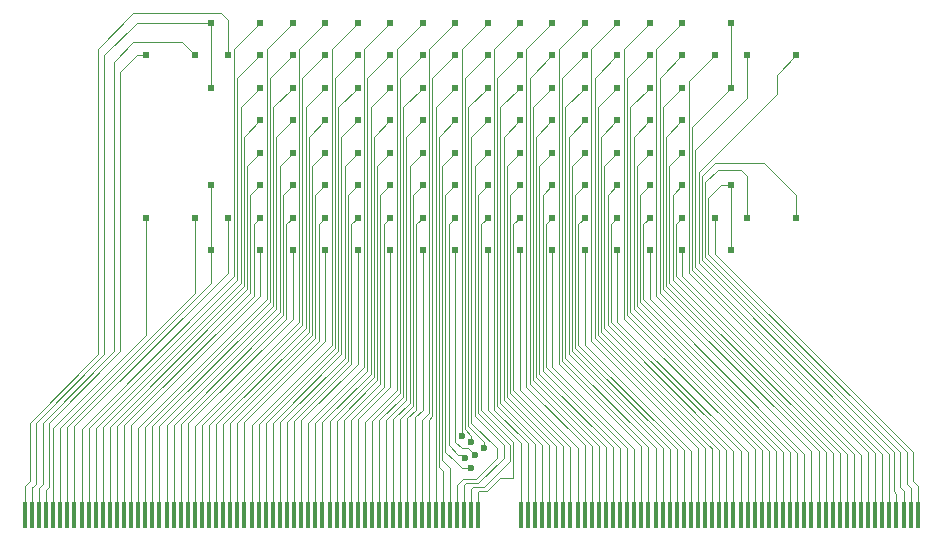
<source format=gbr>
G04 #@! TF.GenerationSoftware,KiCad,Pcbnew,5.1.5+dfsg1-2build2*
G04 #@! TF.CreationDate,2021-10-18T18:16:56+02:00*
G04 #@! TF.ProjectId,DIMMCartridgeV4,44494d4d-4361-4727-9472-696467655634,rev?*
G04 #@! TF.SameCoordinates,Original*
G04 #@! TF.FileFunction,Copper,L2,Bot*
G04 #@! TF.FilePolarity,Positive*
%FSLAX46Y46*%
G04 Gerber Fmt 4.6, Leading zero omitted, Abs format (unit mm)*
G04 Created by KiCad (PCBNEW 5.1.5+dfsg1-2build2) date 2021-10-18 18:16:56*
%MOMM*%
%LPD*%
G04 APERTURE LIST*
%ADD10R,0.400000X2.300000*%
%ADD11C,0.604800*%
%ADD12C,0.600000*%
%ADD13C,0.110000*%
%ADD14C,0.200000*%
G04 APERTURE END LIST*
D10*
X62200000Y-131490000D03*
X62800000Y-131490000D03*
X63400000Y-131490000D03*
X64000000Y-131490000D03*
X64600000Y-131490000D03*
X65200000Y-131490000D03*
X65800000Y-131490000D03*
X66400000Y-131490000D03*
X67000000Y-131490000D03*
X67600000Y-131490000D03*
X68200000Y-131490000D03*
X68800000Y-131490000D03*
X69400000Y-131490000D03*
X70000000Y-131490000D03*
X70600000Y-131490000D03*
X71200000Y-131490000D03*
X71800000Y-131490000D03*
X72400000Y-131490000D03*
X73000000Y-131490000D03*
X73600000Y-131490000D03*
X74200000Y-131490000D03*
X74800000Y-131490000D03*
X75400000Y-131490000D03*
X76000000Y-131490000D03*
X76600000Y-131490000D03*
X77200000Y-131490000D03*
X77800000Y-131490000D03*
X78400000Y-131490000D03*
X79000000Y-131490000D03*
X79600000Y-131490000D03*
X80200000Y-131490000D03*
X80800000Y-131490000D03*
X81400000Y-131490000D03*
X82000000Y-131490000D03*
X82600000Y-131490000D03*
X83200000Y-131490000D03*
X83800000Y-131490000D03*
X84400000Y-131490000D03*
X85000000Y-131490000D03*
X85600000Y-131490000D03*
X86200000Y-131490000D03*
X86800000Y-131490000D03*
X87400000Y-131490000D03*
X88000000Y-131490000D03*
X88600000Y-131490000D03*
X89200000Y-131490000D03*
X89800000Y-131490000D03*
X90400000Y-131490000D03*
X91000000Y-131490000D03*
X91600000Y-131490000D03*
X92200000Y-131490000D03*
X92800000Y-131490000D03*
X93400000Y-131490000D03*
X94000000Y-131490000D03*
X94600000Y-131490000D03*
X95200000Y-131490000D03*
X95800000Y-131490000D03*
X96400000Y-131490000D03*
X97000000Y-131490000D03*
X97600000Y-131490000D03*
X98200000Y-131490000D03*
X98800000Y-131490000D03*
X99400000Y-131490000D03*
X100000000Y-131490000D03*
X100600000Y-131490000D03*
X104200000Y-131490000D03*
X104800000Y-131490000D03*
X105400000Y-131490000D03*
X106000000Y-131490000D03*
X106600000Y-131490000D03*
X107200000Y-131490000D03*
X107800000Y-131490000D03*
X108400000Y-131490000D03*
X109000000Y-131490000D03*
X109600000Y-131490000D03*
X110200000Y-131490000D03*
X110800000Y-131490000D03*
X111400000Y-131490000D03*
X112000000Y-131490000D03*
X112600000Y-131490000D03*
X113200000Y-131490000D03*
X113800000Y-131490000D03*
X114400000Y-131490000D03*
X115000000Y-131490000D03*
X115600000Y-131490000D03*
X116200000Y-131490000D03*
X116800000Y-131490000D03*
X117400000Y-131490000D03*
X118000000Y-131490000D03*
X118600000Y-131490000D03*
X119200000Y-131490000D03*
X119800000Y-131490000D03*
X120400000Y-131490000D03*
X121000000Y-131490000D03*
X121600000Y-131490000D03*
X122200000Y-131490000D03*
X122800000Y-131490000D03*
X123400000Y-131490000D03*
X124000000Y-131490000D03*
X124600000Y-131490000D03*
X125200000Y-131490000D03*
X125800000Y-131490000D03*
X126400000Y-131490000D03*
X127000000Y-131490000D03*
X127600000Y-131490000D03*
X128200000Y-131490000D03*
X128800000Y-131490000D03*
X129400000Y-131490000D03*
X130000000Y-131490000D03*
X130600000Y-131490000D03*
X131200000Y-131490000D03*
X131800000Y-131490000D03*
X132400000Y-131490000D03*
X133000000Y-131490000D03*
X133600000Y-131490000D03*
X134200000Y-131490000D03*
X134800000Y-131490000D03*
X135400000Y-131490000D03*
X136000000Y-131490000D03*
X136600000Y-131490000D03*
X137200000Y-131490000D03*
X137800000Y-131490000D03*
D11*
X82125000Y-92625000D03*
X104125000Y-89875000D03*
X82125000Y-106375000D03*
X84875000Y-92625000D03*
X84875000Y-95375000D03*
X84875000Y-98125000D03*
X84875000Y-100875000D03*
X84875000Y-103625000D03*
X84875000Y-106375000D03*
X87625000Y-92625000D03*
X87625000Y-95375000D03*
X87625000Y-98125000D03*
X87625000Y-100875000D03*
X87625000Y-103625000D03*
X87625000Y-106375000D03*
X90375000Y-92625000D03*
X90375000Y-95375000D03*
X90375000Y-98125000D03*
X90375000Y-100875000D03*
X90375000Y-103625000D03*
X90375000Y-106375000D03*
X93125000Y-92625000D03*
X93125000Y-95375000D03*
X93125000Y-98125000D03*
X93125000Y-100875000D03*
X93125000Y-103625000D03*
X93125000Y-106375000D03*
X95875000Y-92625000D03*
X95875000Y-95375000D03*
X95875000Y-98125000D03*
X95875000Y-100875000D03*
X95875000Y-103625000D03*
X95875000Y-106375000D03*
X98625000Y-92625000D03*
X98625000Y-95375000D03*
X98625000Y-98125000D03*
X98625000Y-100875000D03*
X98625000Y-103625000D03*
X98625000Y-106375000D03*
X101375000Y-92625000D03*
X101375000Y-95375000D03*
X101375000Y-98125000D03*
X101375000Y-100875000D03*
X101375000Y-103625000D03*
X101375000Y-106375000D03*
X104125000Y-92625000D03*
X104125000Y-95375000D03*
X104125000Y-98125000D03*
X104125000Y-100875000D03*
X104125000Y-103625000D03*
X104125000Y-106375000D03*
X106875000Y-92625000D03*
X106875000Y-95375000D03*
X106875000Y-98125000D03*
X106875000Y-100875000D03*
X106875000Y-103625000D03*
X106875000Y-106375000D03*
X109625000Y-92625000D03*
X109625000Y-95375000D03*
X109625000Y-98125000D03*
X109625000Y-100875000D03*
X109625000Y-103625000D03*
X109625000Y-106375000D03*
X112375000Y-92625000D03*
X112375000Y-95375000D03*
X112375000Y-98125000D03*
X112375000Y-100875000D03*
X112375000Y-103625000D03*
X112375000Y-106375000D03*
X115125000Y-92625000D03*
X115125000Y-95375000D03*
X115125000Y-98125000D03*
X115125000Y-100875000D03*
X115125000Y-103625000D03*
X115125000Y-106375000D03*
X117875000Y-92625000D03*
X117875000Y-106375000D03*
X84875000Y-89875000D03*
X84875000Y-109125000D03*
X87625000Y-89875000D03*
X87625000Y-109125000D03*
X90375000Y-89875000D03*
X90375000Y-109125000D03*
X93125000Y-89875000D03*
X93125000Y-109125000D03*
X95875000Y-89875000D03*
X95875000Y-109125000D03*
X98625000Y-89875000D03*
X98625000Y-109125000D03*
X101375000Y-89875000D03*
X101375000Y-109125000D03*
X104125000Y-109125000D03*
X106875000Y-89875000D03*
X106875000Y-109125000D03*
X109625000Y-89875000D03*
X109625000Y-109125000D03*
X112375000Y-89875000D03*
X112375000Y-109125000D03*
X115125000Y-89875000D03*
X115125000Y-109125000D03*
X82125000Y-95375000D03*
X82125000Y-98125000D03*
X82125000Y-100875000D03*
X82125000Y-103625000D03*
X117875000Y-95375000D03*
X117875000Y-98125000D03*
X117875000Y-100875000D03*
X117875000Y-103625000D03*
X82125000Y-89875000D03*
X82125000Y-109125000D03*
X117875000Y-89875000D03*
X76625000Y-92625000D03*
X117875000Y-109125000D03*
X79375000Y-92625000D03*
X78000000Y-89875000D03*
X78000000Y-95375000D03*
X72500000Y-92625000D03*
X78000000Y-109125000D03*
X122000000Y-103625000D03*
X72500000Y-106375000D03*
X76625000Y-106375000D03*
X78000000Y-103625000D03*
X79375000Y-106375000D03*
X120625000Y-92625000D03*
X122000000Y-89875000D03*
X123375000Y-92625000D03*
X127500000Y-92625000D03*
X127500000Y-106375000D03*
X123375000Y-106375000D03*
X122000000Y-109125000D03*
X120625000Y-106375000D03*
X122000000Y-95375000D03*
D12*
X100000000Y-127550000D03*
X99450000Y-126725000D03*
X100275000Y-126450000D03*
X99175000Y-124800000D03*
X100000000Y-125350000D03*
X101100000Y-125900000D03*
D13*
X78790001Y-89050000D02*
X79375000Y-89634999D01*
X71400000Y-89050000D02*
X78790001Y-89050000D01*
X68375000Y-92075000D02*
X71400000Y-89050000D01*
X62200000Y-129050000D02*
X62600000Y-128650000D01*
X79375000Y-89634999D02*
X79375000Y-92625000D01*
X62200000Y-131640000D02*
X62200000Y-129050000D01*
X68375000Y-117925000D02*
X68375000Y-92075000D01*
X62600000Y-128650000D02*
X62600000Y-123700000D01*
X62600000Y-123700000D02*
X68375000Y-117925000D01*
X78000000Y-89875000D02*
X78000000Y-95375000D01*
X71675000Y-89875000D02*
X78000000Y-89875000D01*
X68925000Y-92625000D02*
X71675000Y-89875000D01*
X62800000Y-129200000D02*
X62875000Y-129200000D01*
X63150000Y-128925000D02*
X63150000Y-123700000D01*
X62800000Y-131640000D02*
X62800000Y-129200000D01*
X62875000Y-129200000D02*
X63150000Y-128925000D01*
X63150000Y-123700000D02*
X68925000Y-117925000D01*
X68925000Y-117925000D02*
X68925000Y-92625000D01*
X75525000Y-91525000D02*
X76625000Y-92625000D01*
X71400000Y-91525000D02*
X75525000Y-91525000D01*
X63700000Y-128925000D02*
X63700000Y-123700000D01*
X63400000Y-129225000D02*
X63700000Y-128925000D01*
X63400000Y-131640000D02*
X63400000Y-129225000D01*
X69750000Y-117650000D02*
X69750000Y-93175000D01*
X63700000Y-123700000D02*
X69750000Y-117650000D01*
X69750000Y-93175000D02*
X71400000Y-91525000D01*
X71675000Y-92625000D02*
X72500000Y-92625000D01*
X64000000Y-129450000D02*
X64250000Y-129200000D01*
X64000000Y-131640000D02*
X64000000Y-129450000D01*
X70300000Y-94000000D02*
X71675000Y-92625000D01*
X64250000Y-129200000D02*
X64250000Y-123700000D01*
X64250000Y-123700000D02*
X70300000Y-117650000D01*
X70300000Y-117650000D02*
X70300000Y-94000000D01*
X64600000Y-131640000D02*
X64600000Y-124175000D01*
X72500000Y-116275000D02*
X72500000Y-106375000D01*
X64600000Y-124175000D02*
X72500000Y-116275000D01*
X65200000Y-131640000D02*
X65200000Y-124125000D01*
X76625000Y-112700000D02*
X76625000Y-106375000D01*
X65200000Y-124125000D02*
X76625000Y-112700000D01*
X65800000Y-131640000D02*
X65800000Y-124075000D01*
X78000000Y-111875000D02*
X78000000Y-109125000D01*
X65800000Y-124075000D02*
X78000000Y-111875000D01*
X78000000Y-109125000D02*
X78000000Y-103625000D01*
X66400000Y-131640000D02*
X66400000Y-124025000D01*
X79375000Y-111050000D02*
X79375000Y-106375000D01*
X66400000Y-124025000D02*
X79375000Y-111050000D01*
D14*
X82125000Y-89875000D02*
X82125000Y-90062000D01*
D13*
X79925000Y-92075000D02*
X82125000Y-89875000D01*
X79925000Y-111325000D02*
X79925000Y-92075000D01*
X67000000Y-131640000D02*
X67000000Y-124250000D01*
X67000000Y-124250000D02*
X79925000Y-111325000D01*
X80200000Y-94550000D02*
X82125000Y-92625000D01*
X80200000Y-111600000D02*
X80200000Y-94550000D01*
X67600000Y-124200000D02*
X80200000Y-111600000D01*
X67600000Y-131640000D02*
X67600000Y-124200000D01*
X80475000Y-111875000D02*
X80475000Y-97025000D01*
X80475000Y-97025000D02*
X82125000Y-95375000D01*
X68200000Y-124150000D02*
X80475000Y-111875000D01*
X68200000Y-131640000D02*
X68200000Y-124150000D01*
X80750000Y-99500000D02*
X82125000Y-98125000D01*
X68800000Y-126725000D02*
X68800000Y-124100000D01*
X68800000Y-126725000D02*
X68800000Y-126025000D01*
X68800000Y-131640000D02*
X68800000Y-126725000D01*
X68800000Y-124100000D02*
X80750000Y-112150000D01*
X80750000Y-112150000D02*
X80750000Y-99500000D01*
X82125000Y-100875000D02*
X82125000Y-100967494D01*
X81025000Y-101975000D02*
X82125000Y-100875000D01*
X81025000Y-111325000D02*
X81025000Y-111050000D01*
X81025000Y-111050000D02*
X81025000Y-101975000D01*
X81025000Y-112425000D02*
X81025000Y-111050000D01*
X69400000Y-124050000D02*
X81025000Y-112425000D01*
X69400000Y-131640000D02*
X69400000Y-124050000D01*
X81300000Y-104450000D02*
X82125000Y-103625000D01*
X81300000Y-112700000D02*
X81300000Y-104450000D01*
X70000000Y-124000000D02*
X81300000Y-112700000D01*
X70000000Y-131640000D02*
X70000000Y-124000000D01*
X81575000Y-106925000D02*
X82125000Y-106375000D01*
X81575000Y-112975000D02*
X81575000Y-106925000D01*
X70600000Y-123950000D02*
X81575000Y-112975000D01*
X70600000Y-131640000D02*
X70600000Y-123950000D01*
X82125000Y-111325000D02*
X82125000Y-109125000D01*
X82125000Y-112975000D02*
X82125000Y-111325000D01*
X71200000Y-123900000D02*
X82125000Y-112975000D01*
X71200000Y-131640000D02*
X71200000Y-123900000D01*
X82675000Y-92075000D02*
X84875000Y-89875000D01*
X71800000Y-131640000D02*
X71800000Y-124125000D01*
X82675000Y-113250000D02*
X82675000Y-92075000D01*
X71800000Y-124125000D02*
X82675000Y-113250000D01*
X82950000Y-94550000D02*
X84875000Y-92625000D01*
X72400000Y-131640000D02*
X72400000Y-124075000D01*
X72400000Y-124075000D02*
X82950000Y-113525000D01*
X82950000Y-113525000D02*
X82950000Y-110775000D01*
X82950000Y-111050000D02*
X82950000Y-110775000D01*
X82950000Y-110775000D02*
X82950000Y-94550000D01*
X83225000Y-97025000D02*
X84875000Y-95375000D01*
X73000000Y-131640000D02*
X73000000Y-124025000D01*
X73000000Y-124025000D02*
X83225000Y-113800000D01*
X83225000Y-113800000D02*
X83225000Y-110775000D01*
X83225000Y-111050000D02*
X83225000Y-110775000D01*
X83225000Y-110775000D02*
X83225000Y-97025000D01*
X83500000Y-99500000D02*
X84875000Y-98125000D01*
X73600000Y-131640000D02*
X73600000Y-123975000D01*
X83500000Y-114075000D02*
X83500000Y-110775000D01*
X73600000Y-123975000D02*
X83500000Y-114075000D01*
X83500000Y-111325000D02*
X83500000Y-110775000D01*
X83500000Y-110775000D02*
X83500000Y-99500000D01*
X83775000Y-101975000D02*
X84875000Y-100875000D01*
X83775000Y-111325000D02*
X83775000Y-101975000D01*
X74200000Y-131640000D02*
X74200000Y-123925000D01*
X74200000Y-123925000D02*
X83775000Y-114350000D01*
X83775000Y-114350000D02*
X83775000Y-111050000D01*
X84050000Y-104450000D02*
X84875000Y-103625000D01*
X84050000Y-111325000D02*
X84050000Y-104450000D01*
X74800000Y-131640000D02*
X74800000Y-124150000D01*
X74800000Y-124150000D02*
X74800000Y-123875000D01*
X74800000Y-123875000D02*
X84050000Y-114625000D01*
X84050000Y-114625000D02*
X84050000Y-111050000D01*
X84325000Y-106925000D02*
X84875000Y-106375000D01*
X84325000Y-114900000D02*
X84325000Y-111050000D01*
X75400000Y-123825000D02*
X84325000Y-114900000D01*
X75400000Y-131640000D02*
X75400000Y-123825000D01*
X84325000Y-111325000D02*
X84325000Y-111050000D01*
X84325000Y-111050000D02*
X84325000Y-106925000D01*
X76000000Y-131640000D02*
X76000000Y-123775000D01*
X84875000Y-114900000D02*
X84875000Y-111050000D01*
X76000000Y-123775000D02*
X84875000Y-114900000D01*
X84875000Y-111325000D02*
X84875000Y-111050000D01*
X84875000Y-111050000D02*
X84875000Y-109125000D01*
X85425000Y-115175000D02*
X85425000Y-92075000D01*
X76600000Y-131640000D02*
X76600000Y-124000000D01*
X85425000Y-92075000D02*
X87625000Y-89875000D01*
X76600000Y-124000000D02*
X85425000Y-115175000D01*
X85975000Y-97025000D02*
X87625000Y-95375000D01*
X85975000Y-111050000D02*
X85975000Y-97025000D01*
X77800000Y-131640000D02*
X77800000Y-123900000D01*
X77800000Y-123900000D02*
X85975000Y-115725000D01*
X85975000Y-115725000D02*
X85975000Y-110775000D01*
X86250000Y-99500000D02*
X87625000Y-98125000D01*
X78400000Y-131640000D02*
X78400000Y-123850000D01*
X86250000Y-116000000D02*
X86250000Y-110500000D01*
X78400000Y-123850000D02*
X86250000Y-116000000D01*
X86250000Y-111050000D02*
X86250000Y-110500000D01*
X86250000Y-110500000D02*
X86250000Y-99500000D01*
X86525000Y-101975000D02*
X87625000Y-100875000D01*
X79000000Y-131640000D02*
X79000000Y-123800000D01*
X86525000Y-116275000D02*
X86525000Y-110500000D01*
X79000000Y-123800000D02*
X86525000Y-116275000D01*
X86525000Y-111050000D02*
X86525000Y-110500000D01*
X86525000Y-110500000D02*
X86525000Y-101975000D01*
X86800000Y-104450000D02*
X87625000Y-103625000D01*
X79600000Y-131640000D02*
X79600000Y-123750000D01*
X79600000Y-123750000D02*
X86800000Y-116550000D01*
X86800000Y-116550000D02*
X86800000Y-110500000D01*
X86800000Y-110500000D02*
X86800000Y-110775000D01*
X86800000Y-111050000D02*
X86800000Y-110775000D01*
X86800000Y-110775000D02*
X86800000Y-104450000D01*
X87075000Y-106925000D02*
X87625000Y-106375000D01*
X80200000Y-131640000D02*
X80200000Y-123700000D01*
X80200000Y-123700000D02*
X87075000Y-116825000D01*
X87075000Y-116825000D02*
X87075000Y-110775000D01*
X87075000Y-111050000D02*
X87075000Y-110775000D01*
X87075000Y-110775000D02*
X87075000Y-106925000D01*
X81400000Y-124525000D02*
X81400000Y-124150000D01*
X81400000Y-131640000D02*
X81400000Y-124525000D01*
X81400000Y-123875000D02*
X81400000Y-124525000D01*
X88175000Y-117100000D02*
X81400000Y-123875000D01*
X90375000Y-89875000D02*
X88175000Y-92075000D01*
X88175000Y-92075000D02*
X88175000Y-117100000D01*
X88450000Y-94550000D02*
X90375000Y-92625000D01*
X82000000Y-131640000D02*
X82000000Y-123825000D01*
X88450000Y-117375000D02*
X88450000Y-110775000D01*
X82000000Y-123825000D02*
X88450000Y-117375000D01*
X88450000Y-111050000D02*
X88450000Y-110775000D01*
X88450000Y-110775000D02*
X88450000Y-94550000D01*
X88725000Y-97025000D02*
X90375000Y-95375000D01*
X82600000Y-131640000D02*
X82600000Y-123775000D01*
X88725000Y-117650000D02*
X88725000Y-97025000D01*
X82600000Y-123775000D02*
X88725000Y-117650000D01*
X89000000Y-99500000D02*
X90375000Y-98125000D01*
X83200000Y-131640000D02*
X83200000Y-123725000D01*
X83200000Y-123725000D02*
X89000000Y-117925000D01*
X89000000Y-117925000D02*
X89000000Y-110775000D01*
X89000000Y-111050000D02*
X89000000Y-110775000D01*
X89000000Y-110775000D02*
X89000000Y-99500000D01*
X89275000Y-101975000D02*
X90375000Y-100875000D01*
X89275000Y-118200000D02*
X89275000Y-101975000D01*
X83800000Y-131640000D02*
X83800000Y-123675000D01*
X83800000Y-123675000D02*
X89275000Y-118200000D01*
X89550000Y-104450000D02*
X90375000Y-103625000D01*
X89550000Y-111050000D02*
X89550000Y-104450000D01*
X84400000Y-131640000D02*
X84400000Y-123625000D01*
X84400000Y-123625000D02*
X89550000Y-118475000D01*
X89550000Y-118475000D02*
X89550000Y-111050000D01*
X89825000Y-106925000D02*
X90375000Y-106375000D01*
X89825000Y-118750000D02*
X89825000Y-106925000D01*
X85000000Y-131640000D02*
X85000000Y-123575000D01*
X85000000Y-123575000D02*
X89825000Y-118750000D01*
X90375000Y-111050000D02*
X90375000Y-109125000D01*
X85600000Y-131640000D02*
X85600000Y-123525000D01*
X90375000Y-118750000D02*
X90375000Y-111050000D01*
X85600000Y-123525000D02*
X90375000Y-118750000D01*
X90925000Y-92075000D02*
X93125000Y-89875000D01*
X86200000Y-131640000D02*
X86200000Y-123750000D01*
X90925000Y-119025000D02*
X90925000Y-110775000D01*
X86200000Y-123750000D02*
X90925000Y-119025000D01*
X90925000Y-111050000D02*
X90925000Y-110775000D01*
X90925000Y-110775000D02*
X90925000Y-92075000D01*
X91200000Y-94550000D02*
X93125000Y-92625000D01*
X91200000Y-119300000D02*
X91200000Y-94550000D01*
X86800000Y-123700000D02*
X91200000Y-119300000D01*
X86800000Y-131640000D02*
X86800000Y-123700000D01*
X91475000Y-97025000D02*
X93125000Y-95375000D01*
X87400000Y-131640000D02*
X87400000Y-123650000D01*
X91475000Y-119575000D02*
X91475000Y-110775000D01*
X87400000Y-123650000D02*
X91475000Y-119575000D01*
X91475000Y-111050000D02*
X91475000Y-110775000D01*
X91475000Y-110775000D02*
X91475000Y-97025000D01*
X91750000Y-99500000D02*
X93125000Y-98125000D01*
X88000000Y-131640000D02*
X88000000Y-123600000D01*
X88000000Y-123600000D02*
X91750000Y-119850000D01*
X91750000Y-119850000D02*
X91750000Y-110775000D01*
X91750000Y-111050000D02*
X91750000Y-110775000D01*
X91750000Y-110775000D02*
X91750000Y-99500000D01*
X92025000Y-101975000D02*
X93125000Y-100875000D01*
X92025000Y-111050000D02*
X92025000Y-101975000D01*
X88600000Y-131640000D02*
X88600000Y-123550000D01*
X88600000Y-123550000D02*
X92025000Y-120125000D01*
X92025000Y-120125000D02*
X92025000Y-111050000D01*
X92300000Y-104450000D02*
X93125000Y-103625000D01*
X92300000Y-110775000D02*
X92300000Y-104450000D01*
X89200000Y-131640000D02*
X89200000Y-123500000D01*
X89200000Y-123500000D02*
X92300000Y-120400000D01*
X92300000Y-120400000D02*
X92300000Y-110775000D01*
X92575000Y-106925000D02*
X93125000Y-106375000D01*
X92575000Y-120675000D02*
X92575000Y-106925000D01*
X89800000Y-131640000D02*
X89800000Y-123450000D01*
X89800000Y-123450000D02*
X92575000Y-120675000D01*
X93675000Y-92075000D02*
X95875000Y-89875000D01*
X91000000Y-131640000D02*
X91000000Y-123625000D01*
X91000000Y-123625000D02*
X93675000Y-120950000D01*
X93675000Y-120950000D02*
X93675000Y-110775000D01*
X93675000Y-111050000D02*
X93675000Y-110775000D01*
X93675000Y-110775000D02*
X93675000Y-92075000D01*
X93950000Y-94550000D02*
X95875000Y-92625000D01*
X91600000Y-131640000D02*
X91600000Y-123575000D01*
X93950000Y-111050000D02*
X93950000Y-110775000D01*
X93950000Y-121225000D02*
X93950000Y-110775000D01*
X91600000Y-123575000D02*
X93950000Y-121225000D01*
X93950000Y-110775000D02*
X93950000Y-94550000D01*
X94225000Y-97025000D02*
X95875000Y-95375000D01*
X92200000Y-131640000D02*
X92200000Y-123525000D01*
X92200000Y-123525000D02*
X94225000Y-121500000D01*
X94225000Y-121500000D02*
X94225000Y-110775000D01*
X94225000Y-111050000D02*
X94225000Y-110775000D01*
X94225000Y-110775000D02*
X94225000Y-97025000D01*
X94500000Y-99500000D02*
X95875000Y-98125000D01*
X94500000Y-121775000D02*
X94500000Y-99500000D01*
X92800000Y-131640000D02*
X92800000Y-123475000D01*
X92800000Y-123475000D02*
X94500000Y-121775000D01*
X94775000Y-101975000D02*
X95875000Y-100875000D01*
X93400000Y-131640000D02*
X93400000Y-123425000D01*
X93400000Y-123425000D02*
X94775000Y-122050000D01*
X94775000Y-122050000D02*
X94775000Y-110775000D01*
X94775000Y-111050000D02*
X94775000Y-110775000D01*
X94775000Y-110775000D02*
X94775000Y-101975000D01*
X95050000Y-104450000D02*
X95875000Y-103625000D01*
X94000000Y-131640000D02*
X94000000Y-123375000D01*
X95050000Y-122325000D02*
X95050000Y-104450000D01*
X94000000Y-123375000D02*
X95050000Y-122325000D01*
X95325000Y-106925000D02*
X95875000Y-106375000D01*
X95325000Y-110775000D02*
X95325000Y-106925000D01*
X94600000Y-131640000D02*
X94600000Y-123325000D01*
X94600000Y-123325000D02*
X95325000Y-122600000D01*
X95325000Y-122600000D02*
X95325000Y-110775000D01*
X95200000Y-131640000D02*
X95200000Y-123275000D01*
X95875000Y-122600000D02*
X95875000Y-110775000D01*
X95200000Y-123275000D02*
X95875000Y-122600000D01*
X95875000Y-111050000D02*
X95875000Y-110775000D01*
X95875000Y-110775000D02*
X95875000Y-109125000D01*
X96425000Y-92075000D02*
X98625000Y-89875000D01*
X96425000Y-110775000D02*
X96425000Y-111325000D01*
X96425000Y-111050000D02*
X96425000Y-110775000D01*
X95800000Y-123500000D02*
X96425000Y-122875000D01*
X96425000Y-122875000D02*
X96425000Y-111050000D01*
X95800000Y-131640000D02*
X95800000Y-123500000D01*
X96425000Y-92075000D02*
X98625000Y-89875000D01*
X96425000Y-110775000D02*
X96425000Y-92075000D01*
X96700000Y-94550000D02*
X98625000Y-92625000D01*
X96700000Y-123150000D02*
X96700000Y-94550000D01*
X96400000Y-123450000D02*
X96700000Y-123150000D01*
X96400000Y-131640000D02*
X96400000Y-123450000D01*
X96975000Y-97025000D02*
X98625000Y-95375000D01*
X96975000Y-111050000D02*
X96975000Y-97025000D01*
X97000000Y-111075000D02*
X96975000Y-111050000D01*
X97000000Y-131640000D02*
X97000000Y-111075000D01*
X97250000Y-99500000D02*
X98625000Y-98125000D01*
X97260010Y-127485010D02*
X97600000Y-127825000D01*
X97600000Y-127825000D02*
X97600000Y-131640000D01*
X97250000Y-99500000D02*
X97250000Y-110775000D01*
X97260010Y-127485010D02*
X97260010Y-126450000D01*
X97260010Y-126450000D02*
X97260010Y-111335010D01*
X97260010Y-111335010D02*
X97260010Y-110785010D01*
X98200000Y-127550000D02*
X98200000Y-131640000D01*
X97525000Y-101975000D02*
X97525000Y-126875000D01*
X97525000Y-126875000D02*
X98200000Y-127550000D01*
X98625000Y-100875000D02*
X97525000Y-101975000D01*
X97800000Y-126175000D02*
X98625000Y-127000000D01*
X97800000Y-104450000D02*
X97800000Y-126175000D01*
X98625000Y-103625000D02*
X97800000Y-104450000D01*
X99175000Y-127550000D02*
X98625000Y-127000000D01*
X100000000Y-127550000D02*
X99175000Y-127550000D01*
X98075000Y-106925000D02*
X98625000Y-106375000D01*
X98075000Y-110775000D02*
X98075000Y-106925000D01*
X98075000Y-111050000D02*
X98075000Y-110775000D01*
X99175000Y-126450000D02*
X99450000Y-126725000D01*
X98900000Y-126450000D02*
X99175000Y-126450000D01*
X98075000Y-110775000D02*
X98075000Y-125625000D01*
X98075000Y-125625000D02*
X98900000Y-126450000D01*
X98625000Y-111050000D02*
X98625000Y-110775000D01*
X98625000Y-110775000D02*
X98625000Y-109125000D01*
X99725000Y-125900000D02*
X100275000Y-126450000D01*
X99175000Y-125900000D02*
X99725000Y-125900000D01*
X98625000Y-110775000D02*
X98625000Y-125350000D01*
X98625000Y-125350000D02*
X99175000Y-125900000D01*
X85700000Y-94550000D02*
X87625000Y-92625000D01*
X77200000Y-131640000D02*
X77200000Y-123950000D01*
X85700000Y-115450000D02*
X85700000Y-110775000D01*
X77200000Y-123950000D02*
X85700000Y-115450000D01*
X85700000Y-111050000D02*
X85700000Y-110775000D01*
X85700000Y-110775000D02*
X85700000Y-94550000D01*
X87625000Y-111050000D02*
X87625000Y-109125000D01*
X80800000Y-131640000D02*
X80800000Y-123650000D01*
X80800000Y-123650000D02*
X87625000Y-116825000D01*
X87625000Y-116825000D02*
X87625000Y-110775000D01*
X93125000Y-111050000D02*
X93125000Y-109125000D01*
X90400000Y-131640000D02*
X90400000Y-123400000D01*
X90400000Y-123400000D02*
X93125000Y-120675000D01*
X93125000Y-120675000D02*
X93125000Y-111050000D01*
X93125000Y-110775000D02*
X93125000Y-111050000D01*
X101375000Y-89875000D02*
X99175000Y-92075000D01*
X99175000Y-124250000D02*
X99175000Y-124800000D01*
X99175000Y-92075000D02*
X99175000Y-124250000D01*
X101375000Y-92625000D02*
X99450000Y-94550000D01*
X99450000Y-94550000D02*
X99450000Y-124250000D01*
X99450000Y-124250000D02*
X100000000Y-124800000D01*
X100000000Y-124800000D02*
X100000000Y-125350000D01*
X99725000Y-97025000D02*
X101375000Y-95375000D01*
X99725000Y-110775000D02*
X99725000Y-97025000D01*
X99725000Y-111050000D02*
X99725000Y-110775000D01*
X99725000Y-123975000D02*
X101100000Y-125350000D01*
X99725000Y-110775000D02*
X99725000Y-123975000D01*
X101100000Y-125350000D02*
X101100000Y-125900000D01*
X100000000Y-99500000D02*
X101375000Y-98125000D01*
X100000000Y-111050000D02*
X100000000Y-110775000D01*
X100000000Y-110775000D02*
X100000000Y-99500000D01*
X100000000Y-123700000D02*
X100000000Y-110775000D01*
X102200000Y-125900000D02*
X100000000Y-123700000D01*
X102200000Y-126725000D02*
X102200000Y-125900000D01*
X100440000Y-128475000D02*
X102200000Y-126725000D01*
X99310000Y-128475000D02*
X100440000Y-128475000D01*
X98800000Y-128985000D02*
X99310000Y-128475000D01*
X98800000Y-131225000D02*
X98800000Y-128985000D01*
X100275000Y-123150000D02*
X100275000Y-101975000D01*
X102750000Y-125625000D02*
X100275000Y-123150000D01*
X102750000Y-126725000D02*
X102750000Y-125625000D01*
X100570000Y-128815000D02*
X102750000Y-126725000D01*
X99580000Y-128815000D02*
X100570000Y-128815000D01*
X99400000Y-128995000D02*
X99580000Y-128815000D01*
X100275000Y-101975000D02*
X101375000Y-100875000D01*
X99400000Y-131640000D02*
X99400000Y-128995000D01*
X100550000Y-104450000D02*
X101375000Y-103625000D01*
X100550000Y-111050000D02*
X100550000Y-110775000D01*
X100550000Y-110775000D02*
X100550000Y-104450000D01*
X100000000Y-130300000D02*
X100000000Y-131640000D01*
X103300000Y-125625000D02*
X103300000Y-127000000D01*
X100550000Y-122875000D02*
X103300000Y-125625000D01*
X100550000Y-110775000D02*
X100550000Y-122875000D01*
X100000000Y-131490000D02*
X100000000Y-129355000D01*
X100000000Y-129355000D02*
X100180000Y-129175000D01*
X100180000Y-129175000D02*
X101090000Y-129175000D01*
X103300000Y-127000000D02*
X101090000Y-129175000D01*
X101925000Y-92075000D02*
X104125000Y-89875000D01*
X101925000Y-122600000D02*
X101925000Y-92075000D01*
X104800000Y-131640000D02*
X104800000Y-125475000D01*
X104800000Y-125475000D02*
X101925000Y-122600000D01*
X102200000Y-94550000D02*
X104125000Y-92625000D01*
X105400000Y-131640000D02*
X105400000Y-125525000D01*
X102200000Y-122325000D02*
X102200000Y-110775000D01*
X105400000Y-125525000D02*
X102200000Y-122325000D01*
X102200000Y-111050000D02*
X102200000Y-110775000D01*
X102200000Y-110775000D02*
X102200000Y-94550000D01*
X102475000Y-97025000D02*
X104125000Y-95375000D01*
X106000000Y-131640000D02*
X106000000Y-125575000D01*
X102475000Y-122050000D02*
X102475000Y-111050000D01*
X106000000Y-125575000D02*
X102475000Y-122050000D01*
X102475000Y-111325000D02*
X102475000Y-111050000D01*
X102475000Y-111050000D02*
X102475000Y-97025000D01*
X103025000Y-101975000D02*
X104125000Y-100875000D01*
X107200000Y-131640000D02*
X107200000Y-125675000D01*
X103025000Y-121500000D02*
X103025000Y-110775000D01*
X107200000Y-125675000D02*
X103025000Y-121500000D01*
X103025000Y-111050000D02*
X103025000Y-110775000D01*
X103025000Y-110775000D02*
X103025000Y-101975000D01*
X103300000Y-121225000D02*
X103300000Y-104450000D01*
X103300000Y-104450000D02*
X104125000Y-103625000D01*
X107800000Y-131640000D02*
X107800000Y-125725000D01*
X107800000Y-125725000D02*
X103300000Y-121225000D01*
X104675000Y-92075000D02*
X106875000Y-89875000D01*
X109600000Y-131640000D02*
X109600000Y-125600000D01*
X104675000Y-120675000D02*
X104675000Y-110775000D01*
X109600000Y-125600000D02*
X104675000Y-120675000D01*
X104675000Y-111050000D02*
X104675000Y-110775000D01*
X104675000Y-110775000D02*
X104675000Y-92075000D01*
X104950000Y-94550000D02*
X106875000Y-92625000D01*
X110200000Y-131640000D02*
X110200000Y-125650000D01*
X104950000Y-120400000D02*
X104950000Y-111050000D01*
X110200000Y-125650000D02*
X104950000Y-120400000D01*
X104950000Y-111325000D02*
X104950000Y-111050000D01*
X104950000Y-111050000D02*
X104950000Y-94550000D01*
X105225000Y-97025000D02*
X106875000Y-95375000D01*
X110800000Y-131640000D02*
X110800000Y-125700000D01*
X110800000Y-125700000D02*
X105225000Y-120125000D01*
X105225000Y-120125000D02*
X105225000Y-111050000D01*
X105225000Y-111325000D02*
X105225000Y-111050000D01*
X105225000Y-111050000D02*
X105225000Y-97025000D01*
X105500000Y-99500000D02*
X106875000Y-98125000D01*
X111400000Y-131640000D02*
X111400000Y-125750000D01*
X105500000Y-119850000D02*
X105500000Y-111050000D01*
X105500000Y-111325000D02*
X105500000Y-111050000D01*
X111400000Y-125750000D02*
X105500000Y-119850000D01*
X105500000Y-111050000D02*
X105500000Y-99500000D01*
X105775000Y-101975000D02*
X106875000Y-100875000D01*
X112000000Y-131640000D02*
X112000000Y-125800000D01*
X112000000Y-125800000D02*
X105775000Y-119575000D01*
X105775000Y-119575000D02*
X105775000Y-111050000D01*
X105775000Y-111325000D02*
X105775000Y-111050000D01*
X105775000Y-111050000D02*
X105775000Y-101975000D01*
X106050000Y-104450000D02*
X106875000Y-103625000D01*
X106050000Y-111325000D02*
X106050000Y-104450000D01*
X112600000Y-131640000D02*
X112600000Y-125850000D01*
X112600000Y-125850000D02*
X106050000Y-119300000D01*
X106050000Y-119300000D02*
X106050000Y-110775000D01*
X107425000Y-92075000D02*
X109625000Y-89875000D01*
X107425000Y-111600000D02*
X107425000Y-92075000D01*
X114400000Y-131640000D02*
X114400000Y-125725000D01*
X114400000Y-125725000D02*
X107425000Y-118750000D01*
X107425000Y-118750000D02*
X107425000Y-111050000D01*
X107700000Y-94550000D02*
X109625000Y-92625000D01*
X115000000Y-131640000D02*
X115000000Y-125775000D01*
X107700000Y-110775000D02*
X107700000Y-94550000D01*
X107700000Y-111050000D02*
X107700000Y-110775000D01*
X107700000Y-118475000D02*
X107700000Y-110775000D01*
X115000000Y-125775000D02*
X107700000Y-118475000D01*
X107975000Y-118200000D02*
X107975000Y-97025000D01*
X107975000Y-97025000D02*
X109625000Y-95375000D01*
X115600000Y-131640000D02*
X115600000Y-125825000D01*
X115600000Y-125825000D02*
X107975000Y-118200000D01*
X108250000Y-99500000D02*
X109625000Y-98125000D01*
X116200000Y-131640000D02*
X116200000Y-125875000D01*
X116200000Y-125875000D02*
X108250000Y-117925000D01*
X108250000Y-117925000D02*
X108250000Y-111050000D01*
X108250000Y-111325000D02*
X108250000Y-111050000D01*
X108250000Y-111050000D02*
X108250000Y-99500000D01*
X108525000Y-117650000D02*
X108525000Y-101975000D01*
X116800000Y-131640000D02*
X116800000Y-125925000D01*
X108525000Y-101975000D02*
X109625000Y-100875000D01*
X116800000Y-125925000D02*
X108525000Y-117650000D01*
X108800000Y-104450000D02*
X109625000Y-103625000D01*
X117400000Y-131640000D02*
X117400000Y-125975000D01*
X108800000Y-117375000D02*
X108800000Y-104450000D01*
X117400000Y-125975000D02*
X108800000Y-117375000D01*
X100825000Y-121225000D02*
X100825000Y-106925000D01*
X100825000Y-106925000D02*
X101375000Y-106375000D01*
X100825000Y-122600000D02*
X100825000Y-121225000D01*
X103575000Y-125350000D02*
X100825000Y-122600000D01*
X102475000Y-128375000D02*
X103575000Y-128375000D01*
X100600000Y-131640000D02*
X100600000Y-130250000D01*
X103575000Y-128375000D02*
X103575000Y-125350000D01*
X100600000Y-131490000D02*
X100600000Y-129575000D01*
X100690000Y-129485000D02*
X101360000Y-129485000D01*
X100600000Y-129575000D02*
X100690000Y-129485000D01*
X101360000Y-129485000D02*
X102475000Y-128375000D01*
X101375000Y-110775000D02*
X101375000Y-109125000D01*
X104200000Y-131640000D02*
X104200000Y-125425000D01*
X101375000Y-122600000D02*
X101375000Y-109125000D01*
X104200000Y-125425000D02*
X101375000Y-122600000D01*
X102750000Y-99500000D02*
X104125000Y-98125000D01*
X106600000Y-131640000D02*
X106600000Y-125625000D01*
X102750000Y-121775000D02*
X102750000Y-110775000D01*
X106600000Y-125625000D02*
X102750000Y-121775000D01*
X102750000Y-111050000D02*
X102750000Y-110775000D01*
X102750000Y-110775000D02*
X102750000Y-99500000D01*
X103575000Y-106925000D02*
X104125000Y-106375000D01*
X108400000Y-131640000D02*
X108400000Y-125775000D01*
X108400000Y-125775000D02*
X103575000Y-120950000D01*
X103575000Y-111050000D02*
X103575000Y-110775000D01*
X103575000Y-120950000D02*
X103575000Y-110775000D01*
X103575000Y-110775000D02*
X103575000Y-106925000D01*
X104125000Y-111325000D02*
X104125000Y-111050000D01*
X104125000Y-111050000D02*
X104125000Y-109125000D01*
X104125000Y-120950000D02*
X104125000Y-111050000D01*
X109000000Y-125825000D02*
X104125000Y-120950000D01*
X109000000Y-131640000D02*
X109000000Y-125825000D01*
X106325000Y-106925000D02*
X106875000Y-106375000D01*
X113200000Y-131640000D02*
X113200000Y-125900000D01*
X106325000Y-119025000D02*
X106325000Y-110775000D01*
X113200000Y-125900000D02*
X106325000Y-119025000D01*
X106325000Y-111050000D02*
X106325000Y-110775000D01*
X106325000Y-110775000D02*
X106325000Y-106925000D01*
X106875000Y-110775000D02*
X106875000Y-119025000D01*
X106875000Y-110775000D02*
X106875000Y-109125000D01*
X106875000Y-111050000D02*
X106875000Y-110775000D01*
X113800000Y-131640000D02*
X113800000Y-125950000D01*
X113800000Y-125950000D02*
X106875000Y-119025000D01*
X109075000Y-106925000D02*
X109625000Y-106375000D01*
X109075000Y-111325000D02*
X109075000Y-106925000D01*
X118000000Y-131640000D02*
X118000000Y-126025000D01*
X118000000Y-126025000D02*
X109075000Y-117100000D01*
X109075000Y-117100000D02*
X109075000Y-111325000D01*
X118600000Y-126725000D02*
X118600000Y-126350000D01*
X118600000Y-126725000D02*
X118600000Y-126075000D01*
X118600000Y-131640000D02*
X118600000Y-126725000D01*
X109625000Y-117100000D02*
X109625000Y-111050000D01*
X118600000Y-126075000D02*
X109625000Y-117100000D01*
X109625000Y-111325000D02*
X109625000Y-111050000D01*
X109625000Y-111050000D02*
X109625000Y-109125000D01*
X110175000Y-92075000D02*
X112375000Y-89875000D01*
X119200000Y-131640000D02*
X119200000Y-125850000D01*
X119200000Y-125850000D02*
X110175000Y-116825000D01*
X110175000Y-111050000D02*
X110175000Y-110775000D01*
X110175000Y-116825000D02*
X110175000Y-110775000D01*
X110175000Y-110775000D02*
X110175000Y-92075000D01*
X110450000Y-94550000D02*
X112375000Y-92625000D01*
X119800000Y-131640000D02*
X119800000Y-125900000D01*
X110450000Y-116550000D02*
X110450000Y-110775000D01*
X119800000Y-125900000D02*
X110450000Y-116550000D01*
X110450000Y-111050000D02*
X110450000Y-110775000D01*
X110450000Y-110775000D02*
X110450000Y-94550000D01*
X110725000Y-97025000D02*
X112375000Y-95375000D01*
X110725000Y-116275000D02*
X110725000Y-110775000D01*
X110725000Y-111050000D02*
X110725000Y-110775000D01*
X110725000Y-110775000D02*
X110725000Y-97025000D01*
X120400000Y-125950000D02*
X120075000Y-125625000D01*
X120400000Y-131640000D02*
X120400000Y-125950000D01*
X120350000Y-125900000D02*
X120075000Y-125625000D01*
X120075000Y-125625000D02*
X110725000Y-116275000D01*
X111000000Y-99500000D02*
X112375000Y-98125000D01*
X121000000Y-131640000D02*
X121000000Y-126000000D01*
X111000000Y-116000000D02*
X111000000Y-110500000D01*
X121000000Y-126000000D02*
X111000000Y-116000000D01*
X111000000Y-110775000D02*
X111000000Y-110500000D01*
X111000000Y-110500000D02*
X111000000Y-99500000D01*
X111275000Y-101975000D02*
X112375000Y-100875000D01*
X121600000Y-131640000D02*
X121600000Y-126050000D01*
X111275000Y-115725000D02*
X111275000Y-111050000D01*
X111275000Y-111325000D02*
X111275000Y-111050000D01*
X121600000Y-126050000D02*
X111275000Y-115725000D01*
X111275000Y-111050000D02*
X111275000Y-101975000D01*
X111550000Y-104450000D02*
X112375000Y-103625000D01*
X122200000Y-131640000D02*
X122200000Y-126100000D01*
X111550000Y-115450000D02*
X111550000Y-111050000D01*
X122200000Y-126100000D02*
X111550000Y-115450000D01*
X111550000Y-111325000D02*
X111550000Y-111050000D01*
X111550000Y-111050000D02*
X111550000Y-104450000D01*
X111825000Y-106925000D02*
X112375000Y-106375000D01*
X122800000Y-126175000D02*
X122800000Y-126150000D01*
X122800000Y-131640000D02*
X122800000Y-126175000D01*
X122800000Y-126150000D02*
X111825000Y-115175000D01*
X111825000Y-115175000D02*
X111825000Y-111050000D01*
X111825000Y-111325000D02*
X111825000Y-111050000D01*
X111825000Y-111050000D02*
X111825000Y-106925000D01*
X123400000Y-131640000D02*
X123400000Y-126200000D01*
X112375000Y-115175000D02*
X112375000Y-111050000D01*
X123400000Y-126200000D02*
X112375000Y-115175000D01*
X112375000Y-111325000D02*
X112375000Y-111050000D01*
X112375000Y-111050000D02*
X112375000Y-109125000D01*
X112925000Y-92075000D02*
X115125000Y-89875000D01*
X112925000Y-114900000D02*
X112925000Y-92075000D01*
X124000000Y-125975000D02*
X112925000Y-114900000D01*
X124000000Y-131640000D02*
X124000000Y-125975000D01*
X113200000Y-94550000D02*
X115125000Y-92625000D01*
X113200000Y-114625000D02*
X113200000Y-94550000D01*
X124600000Y-131640000D02*
X124600000Y-126025000D01*
X124600000Y-126025000D02*
X113200000Y-114625000D01*
X113475000Y-97025000D02*
X115125000Y-95375000D01*
X125200000Y-131640000D02*
X125200000Y-126075000D01*
X125200000Y-126075000D02*
X113475000Y-114350000D01*
X113475000Y-114350000D02*
X113475000Y-110775000D01*
X113475000Y-111050000D02*
X113475000Y-110775000D01*
X113475000Y-110775000D02*
X113475000Y-97025000D01*
X113750000Y-99500000D02*
X115125000Y-98125000D01*
X125800000Y-131640000D02*
X125800000Y-126125000D01*
X125800000Y-126125000D02*
X113750000Y-114075000D01*
X113750000Y-114075000D02*
X113750000Y-110775000D01*
X113750000Y-111050000D02*
X113750000Y-110775000D01*
X113750000Y-110775000D02*
X113750000Y-99500000D01*
X114025000Y-101975000D02*
X115125000Y-100875000D01*
X126400000Y-131640000D02*
X126400000Y-126175000D01*
X114025000Y-113800000D02*
X114025000Y-110775000D01*
X114025000Y-111325000D02*
X114025000Y-110775000D01*
X126400000Y-126175000D02*
X114025000Y-113800000D01*
X114025000Y-110775000D02*
X114025000Y-101975000D01*
X114300000Y-104450000D02*
X115125000Y-103625000D01*
X127000000Y-131640000D02*
X127000000Y-126225000D01*
X127000000Y-126225000D02*
X114300000Y-113525000D01*
X114300000Y-113525000D02*
X114300000Y-111325000D01*
X114300000Y-111600000D02*
X114300000Y-111325000D01*
X114300000Y-111325000D02*
X114300000Y-104450000D01*
X114575000Y-106925000D02*
X115125000Y-106375000D01*
X114575000Y-113250000D02*
X114575000Y-106925000D01*
X127600000Y-131640000D02*
X127600000Y-126275000D01*
X127600000Y-126275000D02*
X114575000Y-113250000D01*
X115125000Y-112425000D02*
X115125000Y-109125000D01*
X128200000Y-131640000D02*
X128200000Y-126325000D01*
X115125000Y-113250000D02*
X115125000Y-112425000D01*
X128200000Y-126325000D02*
X115125000Y-113250000D01*
X115675000Y-92075000D02*
X117875000Y-89875000D01*
X128800000Y-131640000D02*
X128800000Y-126100000D01*
X128800000Y-126100000D02*
X115675000Y-112975000D01*
X115675000Y-111050000D02*
X115675000Y-110775000D01*
X115675000Y-112975000D02*
X115675000Y-110775000D01*
X115675000Y-110775000D02*
X115675000Y-92075000D01*
X115950000Y-94550000D02*
X117875000Y-92625000D01*
X129400000Y-131640000D02*
X129400000Y-126150000D01*
X129400000Y-126150000D02*
X115950000Y-112700000D01*
X115950000Y-112700000D02*
X115950000Y-111325000D01*
X115950000Y-111600000D02*
X115950000Y-111325000D01*
X115950000Y-111325000D02*
X115950000Y-94550000D01*
X116225000Y-97025000D02*
X117875000Y-95375000D01*
X130000000Y-131640000D02*
X130000000Y-126200000D01*
X116225000Y-112425000D02*
X116225000Y-111050000D01*
X116225000Y-111325000D02*
X116225000Y-111050000D01*
X130000000Y-126200000D02*
X116225000Y-112425000D01*
X116225000Y-111050000D02*
X116225000Y-97025000D01*
X116500000Y-99500000D02*
X117875000Y-98125000D01*
X130600000Y-131640000D02*
X130600000Y-126250000D01*
X116500000Y-112150000D02*
X116500000Y-111050000D01*
X130600000Y-126250000D02*
X116500000Y-112150000D01*
X116500000Y-111325000D02*
X116500000Y-111050000D01*
X116500000Y-111050000D02*
X116500000Y-99500000D01*
X117050000Y-104450000D02*
X117875000Y-103625000D01*
X131800000Y-131640000D02*
X131800000Y-126350000D01*
X131800000Y-126350000D02*
X117050000Y-111600000D01*
X117050000Y-111600000D02*
X117050000Y-104450000D01*
X117325000Y-106925000D02*
X117875000Y-106375000D01*
X132400000Y-131640000D02*
X132400000Y-126400000D01*
X132400000Y-126400000D02*
X117325000Y-111325000D01*
X117325000Y-111325000D02*
X117325000Y-111050000D01*
X117325000Y-111050000D02*
X117325000Y-106925000D01*
X133000000Y-126450000D02*
X117875000Y-111325000D01*
X133000000Y-131640000D02*
X133000000Y-126450000D01*
X117875000Y-111325000D02*
X117875000Y-109125000D01*
X118425000Y-94825000D02*
X120625000Y-92625000D01*
X118425000Y-111050000D02*
X118425000Y-94825000D01*
X133600000Y-131640000D02*
X133600000Y-126225000D01*
X133600000Y-126225000D02*
X118425000Y-111050000D01*
X118700000Y-98675000D02*
X122000000Y-95375000D01*
X134200000Y-126725000D02*
X134200000Y-126275000D01*
X134200000Y-131640000D02*
X134200000Y-126725000D01*
X134200000Y-126275000D02*
X118700000Y-110775000D01*
X118700000Y-110775000D02*
X118700000Y-109950000D01*
X118700000Y-110500000D02*
X118700000Y-109950000D01*
X118700000Y-109950000D02*
X118700000Y-98675000D01*
X122000000Y-95375000D02*
X122000000Y-89875000D01*
X123375000Y-96200000D02*
X123375000Y-92625000D01*
X118975000Y-100600000D02*
X123375000Y-96200000D01*
X118975000Y-110500000D02*
X118975000Y-100600000D01*
X134800000Y-126325000D02*
X118975000Y-110500000D01*
X134800000Y-131640000D02*
X134800000Y-126325000D01*
X119250000Y-102525000D02*
X125850000Y-95925000D01*
X125850000Y-94275000D02*
X127500000Y-92625000D01*
X125850000Y-95925000D02*
X125850000Y-94275000D01*
X119250000Y-110225000D02*
X119250000Y-102525000D01*
X135400000Y-126375000D02*
X119250000Y-110225000D01*
X135400000Y-131640000D02*
X135400000Y-126375000D01*
X124750000Y-101700000D02*
X127500000Y-104450000D01*
X120625000Y-101700000D02*
X124750000Y-101700000D01*
X136000000Y-129725000D02*
X135750000Y-129475000D01*
X136000000Y-131640000D02*
X136000000Y-129725000D01*
X119525000Y-109950000D02*
X119525000Y-102800000D01*
X119525000Y-102800000D02*
X120625000Y-101700000D01*
X135750000Y-129475000D02*
X135750000Y-126175000D01*
X127500000Y-104450000D02*
X127500000Y-106375000D01*
X135750000Y-126175000D02*
X119525000Y-109950000D01*
X123375000Y-102834999D02*
X123375000Y-106375000D01*
X119800000Y-109675000D02*
X119800000Y-103350000D01*
X119800000Y-103350000D02*
X120865001Y-102284999D01*
X120865001Y-102284999D02*
X122825000Y-102284999D01*
X122825000Y-102284999D02*
X123375000Y-102834999D01*
X136600000Y-129750000D02*
X136600000Y-129500000D01*
X136600000Y-131640000D02*
X136600000Y-129750000D01*
X136600000Y-129500000D02*
X136300000Y-129200000D01*
X136300000Y-129200000D02*
X136300000Y-126175000D01*
X136300000Y-126175000D02*
X133825000Y-123700000D01*
X133825000Y-123700000D02*
X119800000Y-109675000D01*
X120075000Y-109400000D02*
X120075000Y-104725000D01*
X121175000Y-103625000D02*
X122000000Y-103625000D01*
X120075000Y-104725000D02*
X121175000Y-103625000D01*
X122000000Y-103625000D02*
X122000000Y-109125000D01*
X137200000Y-129475000D02*
X137200000Y-129275000D01*
X137200000Y-131640000D02*
X137200000Y-129475000D01*
X137200000Y-129275000D02*
X136850000Y-128925000D01*
X136850000Y-128925000D02*
X136850000Y-126175000D01*
X120075000Y-109400000D02*
X136850000Y-126175000D01*
X137400000Y-128650000D02*
X137400000Y-126175000D01*
X137800000Y-129050000D02*
X137400000Y-128650000D01*
X137400000Y-126175000D02*
X120625000Y-109400000D01*
X120625000Y-109400000D02*
X120625000Y-106375000D01*
X137800000Y-131640000D02*
X137800000Y-129050000D01*
X116775000Y-101975000D02*
X117875000Y-100875000D01*
X131200000Y-131640000D02*
X131200000Y-126300000D01*
X116775000Y-111875000D02*
X116775000Y-111325000D01*
X131200000Y-126300000D02*
X116775000Y-111875000D01*
X116775000Y-111600000D02*
X116775000Y-111325000D01*
X116775000Y-111325000D02*
X116775000Y-101975000D01*
M02*

</source>
